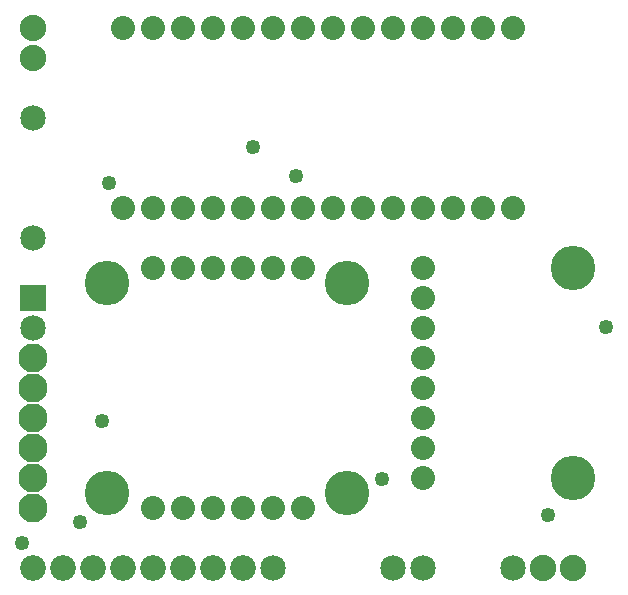
<source format=gbs>
G04 MADE WITH FRITZING*
G04 WWW.FRITZING.ORG*
G04 DOUBLE SIDED*
G04 HOLES PLATED*
G04 CONTOUR ON CENTER OF CONTOUR VECTOR*
%ASAXBY*%
%FSLAX23Y23*%
%MOIN*%
%OFA0B0*%
%SFA1.0B1.0*%
%ADD10C,0.049370*%
%ADD11C,0.086000*%
%ADD12C,0.097194*%
%ADD13C,0.080000*%
%ADD14C,0.148425*%
%ADD15C,0.088000*%
%ADD16C,0.085000*%
%ADD17R,0.085000X0.085000*%
%ADD18R,0.001000X0.001000*%
%LNMASK0*%
G90*
G70*
G54D10*
X84Y202D03*
X348Y610D03*
X276Y274D03*
X372Y1402D03*
X996Y1426D03*
X852Y1522D03*
X2028Y922D03*
X1836Y298D03*
X1284Y418D03*
G54D11*
X820Y121D03*
X120Y121D03*
X220Y121D03*
X320Y121D03*
X420Y121D03*
X520Y121D03*
X620Y121D03*
X720Y121D03*
G54D12*
X120Y321D03*
X120Y421D03*
X120Y521D03*
X120Y621D03*
X120Y721D03*
X120Y821D03*
G54D13*
X1420Y921D03*
G54D14*
X1920Y421D03*
G54D13*
X1420Y521D03*
X1420Y721D03*
X1420Y1121D03*
X1420Y421D03*
X1420Y621D03*
X1420Y821D03*
X1420Y1021D03*
G54D14*
X1920Y1121D03*
G54D13*
X1420Y921D03*
G54D14*
X1920Y421D03*
G54D13*
X1420Y521D03*
X1420Y721D03*
X1420Y1121D03*
X1420Y421D03*
X1420Y621D03*
X1420Y821D03*
X1420Y1021D03*
G54D14*
X1920Y1121D03*
G54D15*
X1820Y121D03*
X1920Y121D03*
X120Y1821D03*
X120Y1921D03*
G54D14*
X365Y1071D03*
X1165Y1071D03*
G54D13*
X1020Y1121D03*
X920Y1121D03*
X820Y1121D03*
X720Y1121D03*
X620Y1121D03*
X520Y1121D03*
X520Y321D03*
X620Y321D03*
X720Y321D03*
X820Y321D03*
X920Y321D03*
X1020Y321D03*
G54D14*
X365Y371D03*
X1165Y371D03*
G54D13*
X420Y1921D03*
X520Y1921D03*
X620Y1921D03*
X720Y1921D03*
X820Y1921D03*
X920Y1921D03*
X1720Y1321D03*
X1620Y1321D03*
X1520Y1321D03*
X1420Y1321D03*
X1320Y1321D03*
X1220Y1321D03*
X1120Y1321D03*
X1020Y1321D03*
X920Y1321D03*
X820Y1321D03*
X720Y1321D03*
X620Y1321D03*
X520Y1321D03*
X420Y1321D03*
X1720Y1921D03*
X1620Y1921D03*
X1520Y1921D03*
X1420Y1921D03*
X1320Y1921D03*
X1220Y1921D03*
X1120Y1921D03*
X1020Y1921D03*
G54D16*
X920Y121D03*
X1320Y121D03*
X1720Y121D03*
X1420Y121D03*
X120Y1021D03*
X120Y921D03*
X120Y1221D03*
X120Y1621D03*
G54D17*
X120Y1021D03*
G54D18*
D02*
G04 End of Mask0*
M02*
</source>
